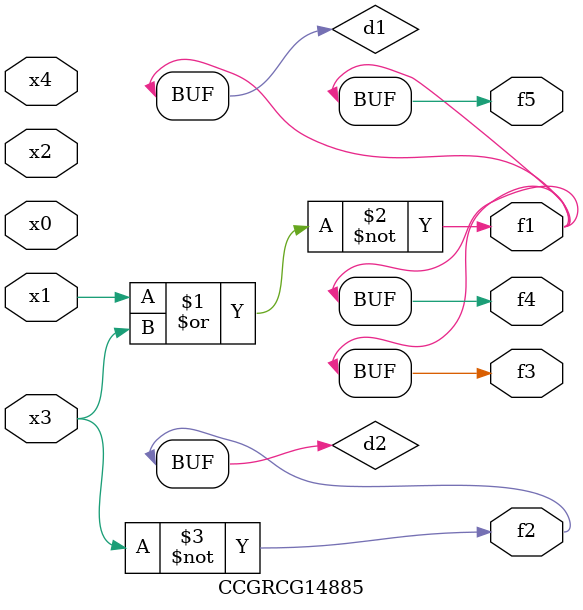
<source format=v>
module CCGRCG14885(
	input x0, x1, x2, x3, x4,
	output f1, f2, f3, f4, f5
);

	wire d1, d2;

	nor (d1, x1, x3);
	not (d2, x3);
	assign f1 = d1;
	assign f2 = d2;
	assign f3 = d1;
	assign f4 = d1;
	assign f5 = d1;
endmodule

</source>
